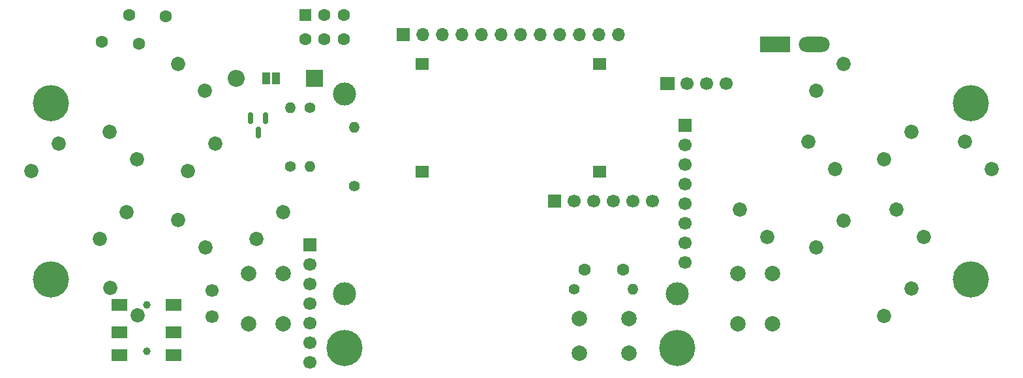
<source format=gbr>
%TF.GenerationSoftware,KiCad,Pcbnew,8.0.2*%
%TF.CreationDate,2024-06-18T15:59:24+03:00*%
%TF.ProjectId,main,6d61696e-2e6b-4696-9361-645f70636258,rev?*%
%TF.SameCoordinates,Original*%
%TF.FileFunction,Soldermask,Bot*%
%TF.FilePolarity,Negative*%
%FSLAX46Y46*%
G04 Gerber Fmt 4.6, Leading zero omitted, Abs format (unit mm)*
G04 Created by KiCad (PCBNEW 8.0.2) date 2024-06-18 15:59:24*
%MOMM*%
%LPD*%
G01*
G04 APERTURE LIST*
G04 Aperture macros list*
%AMRoundRect*
0 Rectangle with rounded corners*
0 $1 Rounding radius*
0 $2 $3 $4 $5 $6 $7 $8 $9 X,Y pos of 4 corners*
0 Add a 4 corners polygon primitive as box body*
4,1,4,$2,$3,$4,$5,$6,$7,$8,$9,$2,$3,0*
0 Add four circle primitives for the rounded corners*
1,1,$1+$1,$2,$3*
1,1,$1+$1,$4,$5*
1,1,$1+$1,$6,$7*
1,1,$1+$1,$8,$9*
0 Add four rect primitives between the rounded corners*
20,1,$1+$1,$2,$3,$4,$5,0*
20,1,$1+$1,$4,$5,$6,$7,0*
20,1,$1+$1,$6,$7,$8,$9,0*
20,1,$1+$1,$8,$9,$2,$3,0*%
%AMHorizOval*
0 Thick line with rounded ends*
0 $1 width*
0 $2 $3 position (X,Y) of the first rounded end (center of the circle)*
0 $4 $5 position (X,Y) of the second rounded end (center of the circle)*
0 Add line between two ends*
20,1,$1,$2,$3,$4,$5,0*
0 Add two circle primitives to create the rounded ends*
1,1,$1,$2,$3*
1,1,$1,$4,$5*%
G04 Aperture macros list end*
%ADD10R,4.000000X2.000000*%
%ADD11O,4.000000X2.000000*%
%ADD12C,4.700000*%
%ADD13C,3.000000*%
%ADD14R,1.700000X1.700000*%
%ADD15C,1.700000*%
%ADD16HorizOval,1.850000X0.000000X0.000000X0.000000X0.000000X0*%
%ADD17HorizOval,1.850000X0.000000X0.000000X0.000000X0.000000X0*%
%ADD18HorizOval,1.850000X0.000000X0.000000X0.000000X0.000000X0*%
%ADD19O,1.700000X1.700000*%
%ADD20C,2.000000*%
%ADD21C,1.400000*%
%ADD22O,1.400000X1.400000*%
%ADD23HorizOval,1.850000X0.000000X0.000000X0.000000X0.000000X0*%
%ADD24R,1.600000X1.600000*%
%ADD25C,1.600000*%
%ADD26R,1.850000X1.700000*%
%ADD27R,2.200000X2.200000*%
%ADD28O,2.200000X2.200000*%
%ADD29RoundRect,0.150000X-0.150000X0.587500X-0.150000X-0.587500X0.150000X-0.587500X0.150000X0.587500X0*%
%ADD30R,1.000000X1.500000*%
%ADD31R,1.700000X1.500000*%
%ADD32C,1.000000*%
%ADD33R,2.000000X1.500000*%
G04 APERTURE END LIST*
D10*
%TO.C,BZ1*%
X129540000Y-49530000D03*
D11*
X134620000Y-49530000D03*
%TD*%
D12*
%TO.C,H5*%
X73660000Y-88900000D03*
%TD*%
D13*
%TO.C,U2*%
X73660000Y-56007000D03*
X116840000Y-81915000D03*
X73660000Y-81915000D03*
D14*
X117856000Y-60071000D03*
D15*
X117856000Y-62611000D03*
X117856000Y-65151000D03*
X117856000Y-67691000D03*
X117856000Y-70231000D03*
X117856000Y-72771000D03*
X117856000Y-75311000D03*
X117856000Y-77851000D03*
%TD*%
D16*
%TO.C,SW4*%
X65765534Y-71292066D03*
X53391165Y-65988765D03*
X62230000Y-74827600D03*
X56926699Y-62453231D03*
%TD*%
D17*
%TO.C,SW2*%
X52121166Y-72338766D03*
X46817865Y-84713135D03*
X55656700Y-75874300D03*
X43282331Y-81177601D03*
%TD*%
D18*
%TO.C,SW5*%
X148864434Y-74553234D03*
X154167735Y-62178865D03*
X145328900Y-71017700D03*
X157703269Y-65714399D03*
%TD*%
D14*
%TO.C,J2*%
X81280000Y-48260000D03*
D19*
X83820000Y-48260000D03*
X86360000Y-48260000D03*
X88900000Y-48260000D03*
X91440000Y-48260000D03*
X93980000Y-48260000D03*
X96520000Y-48260000D03*
X99060000Y-48260000D03*
X101600000Y-48260000D03*
X104140000Y-48260000D03*
X106680000Y-48260000D03*
X109220000Y-48260000D03*
%TD*%
D12*
%TO.C,H1*%
X35560000Y-57150000D03*
%TD*%
D20*
%TO.C,SW10*%
X129250000Y-79300000D03*
X129250000Y-85800000D03*
X124749999Y-79300000D03*
X124750000Y-85800001D03*
%TD*%
D12*
%TO.C,H2*%
X154940000Y-57150000D03*
%TD*%
D21*
%TO.C,R2*%
X74930000Y-67945000D03*
D22*
X74930000Y-60325000D03*
%TD*%
D23*
%TO.C,SW7*%
X134894466Y-55605534D03*
X147268835Y-60908835D03*
X138430000Y-52070000D03*
X143733301Y-64444369D03*
%TD*%
D18*
%TO.C,SW1*%
X46766734Y-64444334D03*
X52070035Y-52069965D03*
X43231200Y-60908800D03*
X55605569Y-55605499D03*
%TD*%
D24*
%TO.C,SW11*%
X68580000Y-45720000D03*
D25*
X71080000Y-45720000D03*
X73580000Y-45720000D03*
X68580000Y-48920000D03*
X71080000Y-48920000D03*
X73580000Y-48920000D03*
%TD*%
%TO.C,C1*%
X104855000Y-78740000D03*
X109855000Y-78740000D03*
%TD*%
%TO.C,C2*%
X42184500Y-49255500D03*
X45720034Y-45719966D03*
%TD*%
D12*
%TO.C,H3*%
X35560000Y-80010000D03*
%TD*%
D20*
%TO.C,SW9*%
X61250000Y-85800000D03*
X61250000Y-79300000D03*
X65750001Y-85800000D03*
X65750000Y-79299999D03*
%TD*%
%TO.C,SW12*%
X110640000Y-89590000D03*
X104140000Y-89590000D03*
X110640000Y-85090000D03*
X104140000Y-85090000D03*
%TD*%
D26*
%TO.C,J1*%
X115570000Y-54610000D03*
D15*
X118110000Y-54610000D03*
X120650000Y-54610000D03*
X123190000Y-54610000D03*
%TD*%
D25*
%TO.C,C3*%
X46990000Y-49490000D03*
X50525534Y-45954466D03*
%TD*%
D16*
%TO.C,SW6*%
X147268834Y-81228866D03*
X134894465Y-75925565D03*
X143733300Y-84764400D03*
X138429999Y-72390031D03*
%TD*%
D12*
%TO.C,H4*%
X154940000Y-80010000D03*
%TD*%
D16*
%TO.C,SW3*%
X45445534Y-71292066D03*
X33071165Y-65988765D03*
X41910000Y-74827600D03*
X36606699Y-62453231D03*
%TD*%
D12*
%TO.C,H6*%
X116840000Y-88900000D03*
%TD*%
D21*
%TO.C,R1*%
X103505000Y-81280000D03*
D22*
X111125000Y-81280000D03*
%TD*%
D18*
%TO.C,SW8*%
X128544434Y-74553234D03*
X133847735Y-62178865D03*
X125008900Y-71017700D03*
X137383269Y-65714399D03*
%TD*%
D27*
%TO.C,D1*%
X69775000Y-53975000D03*
D28*
X59615000Y-53975000D03*
%TD*%
D29*
%TO.C,Q1*%
X61534000Y-59085000D03*
X63434000Y-59085000D03*
X62484000Y-60960000D03*
%TD*%
D14*
%TO.C,J5*%
X69215000Y-75565000D03*
D15*
X69215000Y-78105000D03*
X69215000Y-80645000D03*
X69215000Y-83185000D03*
X69215000Y-85725000D03*
X69215000Y-88265000D03*
X69215000Y-90805000D03*
X56515000Y-81485000D03*
X56515000Y-84885000D03*
%TD*%
D21*
%TO.C,R3*%
X66675000Y-65405000D03*
D22*
X66675000Y-57785000D03*
%TD*%
D30*
%TO.C,JP1*%
X63500000Y-53975000D03*
X64800000Y-53975000D03*
%TD*%
D21*
%TO.C,R4*%
X69215000Y-57785000D03*
D22*
X69215000Y-65405000D03*
%TD*%
D31*
%TO.C,J4*%
X106755000Y-52070000D03*
X106755000Y-66070000D03*
X83755000Y-52070000D03*
X83755000Y-66070000D03*
%TD*%
D14*
%TO.C,J3*%
X100965000Y-69850000D03*
D15*
X103505000Y-69850000D03*
X106045000Y-69850000D03*
X108585000Y-69850000D03*
X111125000Y-69850000D03*
X113665000Y-69850000D03*
%TD*%
D32*
%TO.C,J6*%
X48006000Y-83360000D03*
X48006000Y-89360000D03*
D33*
X51506000Y-86860000D03*
X44506000Y-86860000D03*
X51506000Y-89860000D03*
X44506000Y-89860000D03*
X51506000Y-83360000D03*
X44506000Y-83360000D03*
%TD*%
M02*

</source>
